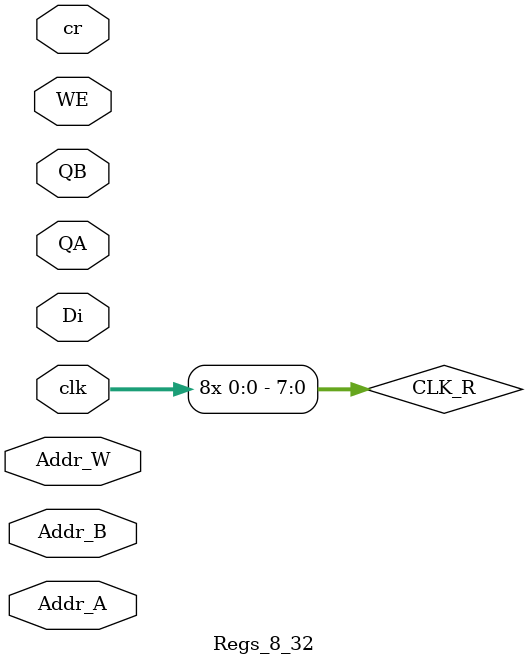
<source format=v>
`timescale 1ns / 1ps
module Regs_8_32(
    input clk,
    input cr,
    input WE,
    input [31:0] Di,
    input [2:0] Addr_A,
    input [2:0] Addr_B,
    input [2:0] Addr_W,
    input [31:0] QA,
    input [31:0] QB
    );
wire [7:0]Yi,Y;
wire [7:0]CLK_R;
assign Y = ~Yi;
wire [31:0]Do0,Do1,Do2,Do3,Do4,Do5,Do6,Do7;
assign CLK_R = {8{clk}};
	Reg_32 R0(CLK_R[0], Di, cr, Y[0], Do0 );
	Reg_32 R1(CLK_R[1], Di, cr, Y[1], Do1 );
	Reg_32 R2(CLK_R[2], Di, cr, Y[2], Do2 );
	Reg_32 R3(CLK_R[3], Di, cr, Y[3], Do3 );
	Reg_32 R4(CLK_R[4], Di, cr, Y[4], Do4 );
	Reg_32 R5(CLK_R[5], Di, cr, Y[5], Do5 );
	Reg_32 R6(CLK_R[6], Di, cr, Y[6], Do6 );
	Reg_32 R7(CLK_R[7], Di, cr, Y[7], Do7 );
	HTC138 D(.C(Addr_W[2]),.B(Addr_W[1]),.A(Addr_W[0]),.G(WE),.G_2A(1'b0),.G_2B(1'b0),
	.Y7(Yi[7]),.Y6(Yi[6]),.Y5(Yi[5]),.Y4(Yi[4]),.Y3(Yi[3]),.Y2(Yi[2]),.Y1(Yi[1]),.Y0(Yi[0]));
	MUX8T1_32 MUX_REGA(.I0(Do0), .I1(Do1), .I2(Do2), .I3(Do3), .I4(Do4), .I5(Do5),
	.I6(Do6), .I7(Do7), .s(Addr_A), .o(QA));
	MUX8T1_32 MUX_REGB(.I0(Do0), .I1(Do1), .I2(Do2), .I3(Do3), .I4(Do4), .I5(Do5),
	.I6(Do6), .I7(Do7), .s(Addr_B), .o(QB));
endmodule

</source>
